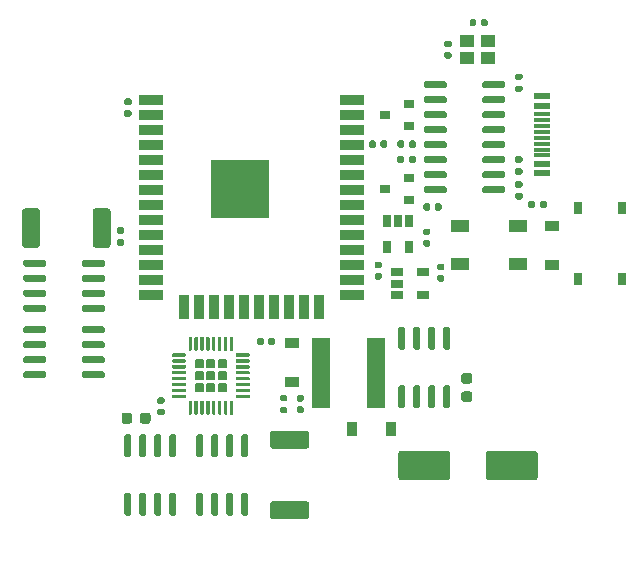
<source format=gtp>
G04 #@! TF.GenerationSoftware,KiCad,Pcbnew,(5.1.9)-1*
G04 #@! TF.CreationDate,2021-10-31T11:32:37+00:00*
G04 #@! TF.ProjectId,stepper_driver,73746570-7065-4725-9f64-72697665722e,rev?*
G04 #@! TF.SameCoordinates,Original*
G04 #@! TF.FileFunction,Paste,Top*
G04 #@! TF.FilePolarity,Positive*
%FSLAX46Y46*%
G04 Gerber Fmt 4.6, Leading zero omitted, Abs format (unit mm)*
G04 Created by KiCad (PCBNEW (5.1.9)-1) date 2021-10-31 11:32:37*
%MOMM*%
%LPD*%
G01*
G04 APERTURE LIST*
%ADD10C,0.150000*%
%ADD11R,2.000000X0.900000*%
%ADD12R,0.900000X2.000000*%
%ADD13R,5.000000X5.000000*%
%ADD14R,1.150000X1.000000*%
%ADD15R,1.200000X0.900000*%
%ADD16R,1.060000X0.650000*%
%ADD17R,1.600000X5.900000*%
%ADD18R,0.650000X1.060000*%
%ADD19R,1.500000X1.000000*%
%ADD20R,0.900000X1.200000*%
%ADD21R,1.450000X0.600000*%
%ADD22R,1.450000X0.300000*%
%ADD23R,0.750000X1.000000*%
%ADD24R,0.900000X0.800000*%
G04 APERTURE END LIST*
D10*
G36*
X124335000Y-123900000D02*
G01*
X123735000Y-123900000D01*
X123735000Y-123300000D01*
X124335000Y-123300000D01*
X124335000Y-123900000D01*
G37*
X124335000Y-123900000D02*
X123735000Y-123900000D01*
X123735000Y-123300000D01*
X124335000Y-123300000D01*
X124335000Y-123900000D01*
G36*
X124335000Y-124900000D02*
G01*
X123735000Y-124900000D01*
X123735000Y-124300000D01*
X124335000Y-124300000D01*
X124335000Y-124900000D01*
G37*
X124335000Y-124900000D02*
X123735000Y-124900000D01*
X123735000Y-124300000D01*
X124335000Y-124300000D01*
X124335000Y-124900000D01*
G36*
X125335000Y-124900000D02*
G01*
X124735000Y-124900000D01*
X124735000Y-124300000D01*
X125335000Y-124300000D01*
X125335000Y-124900000D01*
G37*
X125335000Y-124900000D02*
X124735000Y-124900000D01*
X124735000Y-124300000D01*
X125335000Y-124300000D01*
X125335000Y-124900000D01*
G36*
X123335000Y-124900000D02*
G01*
X122735000Y-124900000D01*
X122735000Y-124300000D01*
X123335000Y-124300000D01*
X123335000Y-124900000D01*
G37*
X123335000Y-124900000D02*
X122735000Y-124900000D01*
X122735000Y-124300000D01*
X123335000Y-124300000D01*
X123335000Y-124900000D01*
G36*
X124335000Y-125900000D02*
G01*
X123735000Y-125900000D01*
X123735000Y-125300000D01*
X124335000Y-125300000D01*
X124335000Y-125900000D01*
G37*
X124335000Y-125900000D02*
X123735000Y-125900000D01*
X123735000Y-125300000D01*
X124335000Y-125300000D01*
X124335000Y-125900000D01*
G36*
X123335000Y-125900000D02*
G01*
X122735000Y-125900000D01*
X122735000Y-125300000D01*
X123335000Y-125300000D01*
X123335000Y-125900000D01*
G37*
X123335000Y-125900000D02*
X122735000Y-125900000D01*
X122735000Y-125300000D01*
X123335000Y-125300000D01*
X123335000Y-125900000D01*
G36*
X123335000Y-123900000D02*
G01*
X122735000Y-123900000D01*
X122735000Y-123300000D01*
X123335000Y-123300000D01*
X123335000Y-123900000D01*
G37*
X123335000Y-123900000D02*
X122735000Y-123900000D01*
X122735000Y-123300000D01*
X123335000Y-123300000D01*
X123335000Y-123900000D01*
G36*
X125335000Y-123900000D02*
G01*
X124735000Y-123900000D01*
X124735000Y-123300000D01*
X125335000Y-123300000D01*
X125335000Y-123900000D01*
G37*
X125335000Y-123900000D02*
X124735000Y-123900000D01*
X124735000Y-123300000D01*
X125335000Y-123300000D01*
X125335000Y-123900000D01*
G36*
X125335000Y-125900000D02*
G01*
X124735000Y-125900000D01*
X124735000Y-125300000D01*
X125335000Y-125300000D01*
X125335000Y-125900000D01*
G37*
X125335000Y-125900000D02*
X124735000Y-125900000D01*
X124735000Y-125300000D01*
X125335000Y-125300000D01*
X125335000Y-125900000D01*
G36*
G01*
X138030000Y-115900000D02*
X138370000Y-115900000D01*
G75*
G02*
X138510000Y-116040000I0J-140000D01*
G01*
X138510000Y-116320000D01*
G75*
G02*
X138370000Y-116460000I-140000J0D01*
G01*
X138030000Y-116460000D01*
G75*
G02*
X137890000Y-116320000I0J140000D01*
G01*
X137890000Y-116040000D01*
G75*
G02*
X138030000Y-115900000I140000J0D01*
G01*
G37*
G36*
G01*
X138030000Y-114940000D02*
X138370000Y-114940000D01*
G75*
G02*
X138510000Y-115080000I0J-140000D01*
G01*
X138510000Y-115360000D01*
G75*
G02*
X138370000Y-115500000I-140000J0D01*
G01*
X138030000Y-115500000D01*
G75*
G02*
X137890000Y-115360000I0J140000D01*
G01*
X137890000Y-115080000D01*
G75*
G02*
X138030000Y-114940000I140000J0D01*
G01*
G37*
G36*
G01*
X110100000Y-124355000D02*
X110100000Y-124655000D01*
G75*
G02*
X109950000Y-124805000I-150000J0D01*
G01*
X108300000Y-124805000D01*
G75*
G02*
X108150000Y-124655000I0J150000D01*
G01*
X108150000Y-124355000D01*
G75*
G02*
X108300000Y-124205000I150000J0D01*
G01*
X109950000Y-124205000D01*
G75*
G02*
X110100000Y-124355000I0J-150000D01*
G01*
G37*
G36*
G01*
X110100000Y-123085000D02*
X110100000Y-123385000D01*
G75*
G02*
X109950000Y-123535000I-150000J0D01*
G01*
X108300000Y-123535000D01*
G75*
G02*
X108150000Y-123385000I0J150000D01*
G01*
X108150000Y-123085000D01*
G75*
G02*
X108300000Y-122935000I150000J0D01*
G01*
X109950000Y-122935000D01*
G75*
G02*
X110100000Y-123085000I0J-150000D01*
G01*
G37*
G36*
G01*
X110100000Y-121815000D02*
X110100000Y-122115000D01*
G75*
G02*
X109950000Y-122265000I-150000J0D01*
G01*
X108300000Y-122265000D01*
G75*
G02*
X108150000Y-122115000I0J150000D01*
G01*
X108150000Y-121815000D01*
G75*
G02*
X108300000Y-121665000I150000J0D01*
G01*
X109950000Y-121665000D01*
G75*
G02*
X110100000Y-121815000I0J-150000D01*
G01*
G37*
G36*
G01*
X110100000Y-120545000D02*
X110100000Y-120845000D01*
G75*
G02*
X109950000Y-120995000I-150000J0D01*
G01*
X108300000Y-120995000D01*
G75*
G02*
X108150000Y-120845000I0J150000D01*
G01*
X108150000Y-120545000D01*
G75*
G02*
X108300000Y-120395000I150000J0D01*
G01*
X109950000Y-120395000D01*
G75*
G02*
X110100000Y-120545000I0J-150000D01*
G01*
G37*
G36*
G01*
X115050000Y-120545000D02*
X115050000Y-120845000D01*
G75*
G02*
X114900000Y-120995000I-150000J0D01*
G01*
X113250000Y-120995000D01*
G75*
G02*
X113100000Y-120845000I0J150000D01*
G01*
X113100000Y-120545000D01*
G75*
G02*
X113250000Y-120395000I150000J0D01*
G01*
X114900000Y-120395000D01*
G75*
G02*
X115050000Y-120545000I0J-150000D01*
G01*
G37*
G36*
G01*
X115050000Y-121815000D02*
X115050000Y-122115000D01*
G75*
G02*
X114900000Y-122265000I-150000J0D01*
G01*
X113250000Y-122265000D01*
G75*
G02*
X113100000Y-122115000I0J150000D01*
G01*
X113100000Y-121815000D01*
G75*
G02*
X113250000Y-121665000I150000J0D01*
G01*
X114900000Y-121665000D01*
G75*
G02*
X115050000Y-121815000I0J-150000D01*
G01*
G37*
G36*
G01*
X115050000Y-123085000D02*
X115050000Y-123385000D01*
G75*
G02*
X114900000Y-123535000I-150000J0D01*
G01*
X113250000Y-123535000D01*
G75*
G02*
X113100000Y-123385000I0J150000D01*
G01*
X113100000Y-123085000D01*
G75*
G02*
X113250000Y-122935000I150000J0D01*
G01*
X114900000Y-122935000D01*
G75*
G02*
X115050000Y-123085000I0J-150000D01*
G01*
G37*
G36*
G01*
X115050000Y-124355000D02*
X115050000Y-124655000D01*
G75*
G02*
X114900000Y-124805000I-150000J0D01*
G01*
X113250000Y-124805000D01*
G75*
G02*
X113100000Y-124655000I0J150000D01*
G01*
X113100000Y-124355000D01*
G75*
G02*
X113250000Y-124205000I150000J0D01*
G01*
X114900000Y-124205000D01*
G75*
G02*
X115050000Y-124355000I0J-150000D01*
G01*
G37*
G36*
G01*
X117375000Y-127950000D02*
X117375000Y-128450000D01*
G75*
G02*
X117150000Y-128675000I-225000J0D01*
G01*
X116700000Y-128675000D01*
G75*
G02*
X116475000Y-128450000I0J225000D01*
G01*
X116475000Y-127950000D01*
G75*
G02*
X116700000Y-127725000I225000J0D01*
G01*
X117150000Y-127725000D01*
G75*
G02*
X117375000Y-127950000I0J-225000D01*
G01*
G37*
G36*
G01*
X118925000Y-127950000D02*
X118925000Y-128450000D01*
G75*
G02*
X118700000Y-128675000I-225000J0D01*
G01*
X118250000Y-128675000D01*
G75*
G02*
X118025000Y-128450000I0J225000D01*
G01*
X118025000Y-127950000D01*
G75*
G02*
X118250000Y-127725000I225000J0D01*
G01*
X118700000Y-127725000D01*
G75*
G02*
X118925000Y-127950000I0J-225000D01*
G01*
G37*
G36*
G01*
X131430000Y-127200000D02*
X131770000Y-127200000D01*
G75*
G02*
X131910000Y-127340000I0J-140000D01*
G01*
X131910000Y-127620000D01*
G75*
G02*
X131770000Y-127760000I-140000J0D01*
G01*
X131430000Y-127760000D01*
G75*
G02*
X131290000Y-127620000I0J140000D01*
G01*
X131290000Y-127340000D01*
G75*
G02*
X131430000Y-127200000I140000J0D01*
G01*
G37*
G36*
G01*
X131430000Y-126240000D02*
X131770000Y-126240000D01*
G75*
G02*
X131910000Y-126380000I0J-140000D01*
G01*
X131910000Y-126660000D01*
G75*
G02*
X131770000Y-126800000I-140000J0D01*
G01*
X131430000Y-126800000D01*
G75*
G02*
X131290000Y-126660000I0J140000D01*
G01*
X131290000Y-126380000D01*
G75*
G02*
X131430000Y-126240000I140000J0D01*
G01*
G37*
D11*
X135986000Y-101277000D03*
X135986000Y-102547000D03*
X135986000Y-103817000D03*
X135986000Y-105087000D03*
X135986000Y-106357000D03*
X135986000Y-107627000D03*
X135986000Y-108897000D03*
X135986000Y-110167000D03*
X135986000Y-111437000D03*
X135986000Y-112707000D03*
X135986000Y-113977000D03*
X135986000Y-115247000D03*
X135986000Y-116517000D03*
X135986000Y-117787000D03*
D12*
X133201000Y-118787000D03*
X131931000Y-118787000D03*
X130661000Y-118787000D03*
X129391000Y-118787000D03*
X128121000Y-118787000D03*
X126851000Y-118787000D03*
X125581000Y-118787000D03*
X124311000Y-118787000D03*
X123041000Y-118787000D03*
X121771000Y-118787000D03*
D11*
X118986000Y-117787000D03*
X118986000Y-116517000D03*
X118986000Y-115247000D03*
X118986000Y-113977000D03*
X118986000Y-112707000D03*
X118986000Y-111437000D03*
X118986000Y-110167000D03*
X118986000Y-108897000D03*
X118986000Y-107627000D03*
X118986000Y-106357000D03*
X118986000Y-105087000D03*
X118986000Y-103817000D03*
X118986000Y-102547000D03*
X118986000Y-101277000D03*
D13*
X126486000Y-108777000D03*
D14*
X147475000Y-97700000D03*
X145725000Y-97700000D03*
X145725000Y-96300000D03*
X147475000Y-96300000D03*
G36*
G01*
X110100000Y-118755000D02*
X110100000Y-119055000D01*
G75*
G02*
X109950000Y-119205000I-150000J0D01*
G01*
X108300000Y-119205000D01*
G75*
G02*
X108150000Y-119055000I0J150000D01*
G01*
X108150000Y-118755000D01*
G75*
G02*
X108300000Y-118605000I150000J0D01*
G01*
X109950000Y-118605000D01*
G75*
G02*
X110100000Y-118755000I0J-150000D01*
G01*
G37*
G36*
G01*
X110100000Y-117485000D02*
X110100000Y-117785000D01*
G75*
G02*
X109950000Y-117935000I-150000J0D01*
G01*
X108300000Y-117935000D01*
G75*
G02*
X108150000Y-117785000I0J150000D01*
G01*
X108150000Y-117485000D01*
G75*
G02*
X108300000Y-117335000I150000J0D01*
G01*
X109950000Y-117335000D01*
G75*
G02*
X110100000Y-117485000I0J-150000D01*
G01*
G37*
G36*
G01*
X110100000Y-116215000D02*
X110100000Y-116515000D01*
G75*
G02*
X109950000Y-116665000I-150000J0D01*
G01*
X108300000Y-116665000D01*
G75*
G02*
X108150000Y-116515000I0J150000D01*
G01*
X108150000Y-116215000D01*
G75*
G02*
X108300000Y-116065000I150000J0D01*
G01*
X109950000Y-116065000D01*
G75*
G02*
X110100000Y-116215000I0J-150000D01*
G01*
G37*
G36*
G01*
X110100000Y-114945000D02*
X110100000Y-115245000D01*
G75*
G02*
X109950000Y-115395000I-150000J0D01*
G01*
X108300000Y-115395000D01*
G75*
G02*
X108150000Y-115245000I0J150000D01*
G01*
X108150000Y-114945000D01*
G75*
G02*
X108300000Y-114795000I150000J0D01*
G01*
X109950000Y-114795000D01*
G75*
G02*
X110100000Y-114945000I0J-150000D01*
G01*
G37*
G36*
G01*
X115050000Y-114945000D02*
X115050000Y-115245000D01*
G75*
G02*
X114900000Y-115395000I-150000J0D01*
G01*
X113250000Y-115395000D01*
G75*
G02*
X113100000Y-115245000I0J150000D01*
G01*
X113100000Y-114945000D01*
G75*
G02*
X113250000Y-114795000I150000J0D01*
G01*
X114900000Y-114795000D01*
G75*
G02*
X115050000Y-114945000I0J-150000D01*
G01*
G37*
G36*
G01*
X115050000Y-116215000D02*
X115050000Y-116515000D01*
G75*
G02*
X114900000Y-116665000I-150000J0D01*
G01*
X113250000Y-116665000D01*
G75*
G02*
X113100000Y-116515000I0J150000D01*
G01*
X113100000Y-116215000D01*
G75*
G02*
X113250000Y-116065000I150000J0D01*
G01*
X114900000Y-116065000D01*
G75*
G02*
X115050000Y-116215000I0J-150000D01*
G01*
G37*
G36*
G01*
X115050000Y-117485000D02*
X115050000Y-117785000D01*
G75*
G02*
X114900000Y-117935000I-150000J0D01*
G01*
X113250000Y-117935000D01*
G75*
G02*
X113100000Y-117785000I0J150000D01*
G01*
X113100000Y-117485000D01*
G75*
G02*
X113250000Y-117335000I150000J0D01*
G01*
X114900000Y-117335000D01*
G75*
G02*
X115050000Y-117485000I0J-150000D01*
G01*
G37*
G36*
G01*
X115050000Y-118755000D02*
X115050000Y-119055000D01*
G75*
G02*
X114900000Y-119205000I-150000J0D01*
G01*
X113250000Y-119205000D01*
G75*
G02*
X113100000Y-119055000I0J150000D01*
G01*
X113100000Y-118755000D01*
G75*
G02*
X113250000Y-118605000I150000J0D01*
G01*
X114900000Y-118605000D01*
G75*
G02*
X115050000Y-118755000I0J-150000D01*
G01*
G37*
G36*
G01*
X116215000Y-113040000D02*
X116585000Y-113040000D01*
G75*
G02*
X116720000Y-113175000I0J-135000D01*
G01*
X116720000Y-113445000D01*
G75*
G02*
X116585000Y-113580000I-135000J0D01*
G01*
X116215000Y-113580000D01*
G75*
G02*
X116080000Y-113445000I0J135000D01*
G01*
X116080000Y-113175000D01*
G75*
G02*
X116215000Y-113040000I135000J0D01*
G01*
G37*
G36*
G01*
X116215000Y-112020000D02*
X116585000Y-112020000D01*
G75*
G02*
X116720000Y-112155000I0J-135000D01*
G01*
X116720000Y-112425000D01*
G75*
G02*
X116585000Y-112560000I-135000J0D01*
G01*
X116215000Y-112560000D01*
G75*
G02*
X116080000Y-112425000I0J135000D01*
G01*
X116080000Y-112155000D01*
G75*
G02*
X116215000Y-112020000I135000J0D01*
G01*
G37*
G36*
G01*
X109575000Y-110674999D02*
X109575000Y-113525001D01*
G75*
G02*
X109325001Y-113775000I-249999J0D01*
G01*
X108299999Y-113775000D01*
G75*
G02*
X108050000Y-113525001I0J249999D01*
G01*
X108050000Y-110674999D01*
G75*
G02*
X108299999Y-110425000I249999J0D01*
G01*
X109325001Y-110425000D01*
G75*
G02*
X109575000Y-110674999I0J-249999D01*
G01*
G37*
G36*
G01*
X115550000Y-110674999D02*
X115550000Y-113525001D01*
G75*
G02*
X115300001Y-113775000I-249999J0D01*
G01*
X114274999Y-113775000D01*
G75*
G02*
X114025000Y-113525001I0J249999D01*
G01*
X114025000Y-110674999D01*
G75*
G02*
X114274999Y-110425000I249999J0D01*
G01*
X115300001Y-110425000D01*
G75*
G02*
X115550000Y-110674999I0J-249999D01*
G01*
G37*
G36*
G01*
X130385000Y-126760000D02*
X130015000Y-126760000D01*
G75*
G02*
X129880000Y-126625000I0J135000D01*
G01*
X129880000Y-126355000D01*
G75*
G02*
X130015000Y-126220000I135000J0D01*
G01*
X130385000Y-126220000D01*
G75*
G02*
X130520000Y-126355000I0J-135000D01*
G01*
X130520000Y-126625000D01*
G75*
G02*
X130385000Y-126760000I-135000J0D01*
G01*
G37*
G36*
G01*
X130385000Y-127780000D02*
X130015000Y-127780000D01*
G75*
G02*
X129880000Y-127645000I0J135000D01*
G01*
X129880000Y-127375000D01*
G75*
G02*
X130015000Y-127240000I135000J0D01*
G01*
X130385000Y-127240000D01*
G75*
G02*
X130520000Y-127375000I0J-135000D01*
G01*
X130520000Y-127645000D01*
G75*
G02*
X130385000Y-127780000I-135000J0D01*
G01*
G37*
G36*
G01*
X129274999Y-135225000D02*
X132125001Y-135225000D01*
G75*
G02*
X132375000Y-135474999I0J-249999D01*
G01*
X132375000Y-136500001D01*
G75*
G02*
X132125001Y-136750000I-249999J0D01*
G01*
X129274999Y-136750000D01*
G75*
G02*
X129025000Y-136500001I0J249999D01*
G01*
X129025000Y-135474999D01*
G75*
G02*
X129274999Y-135225000I249999J0D01*
G01*
G37*
G36*
G01*
X129274999Y-129250000D02*
X132125001Y-129250000D01*
G75*
G02*
X132375000Y-129499999I0J-249999D01*
G01*
X132375000Y-130525001D01*
G75*
G02*
X132125001Y-130775000I-249999J0D01*
G01*
X129274999Y-130775000D01*
G75*
G02*
X129025000Y-130525001I0J249999D01*
G01*
X129025000Y-129499999D01*
G75*
G02*
X129274999Y-129250000I249999J0D01*
G01*
G37*
G36*
G01*
X120655000Y-134500000D02*
X120955000Y-134500000D01*
G75*
G02*
X121105000Y-134650000I0J-150000D01*
G01*
X121105000Y-136300000D01*
G75*
G02*
X120955000Y-136450000I-150000J0D01*
G01*
X120655000Y-136450000D01*
G75*
G02*
X120505000Y-136300000I0J150000D01*
G01*
X120505000Y-134650000D01*
G75*
G02*
X120655000Y-134500000I150000J0D01*
G01*
G37*
G36*
G01*
X119385000Y-134500000D02*
X119685000Y-134500000D01*
G75*
G02*
X119835000Y-134650000I0J-150000D01*
G01*
X119835000Y-136300000D01*
G75*
G02*
X119685000Y-136450000I-150000J0D01*
G01*
X119385000Y-136450000D01*
G75*
G02*
X119235000Y-136300000I0J150000D01*
G01*
X119235000Y-134650000D01*
G75*
G02*
X119385000Y-134500000I150000J0D01*
G01*
G37*
G36*
G01*
X118115000Y-134500000D02*
X118415000Y-134500000D01*
G75*
G02*
X118565000Y-134650000I0J-150000D01*
G01*
X118565000Y-136300000D01*
G75*
G02*
X118415000Y-136450000I-150000J0D01*
G01*
X118115000Y-136450000D01*
G75*
G02*
X117965000Y-136300000I0J150000D01*
G01*
X117965000Y-134650000D01*
G75*
G02*
X118115000Y-134500000I150000J0D01*
G01*
G37*
G36*
G01*
X116845000Y-134500000D02*
X117145000Y-134500000D01*
G75*
G02*
X117295000Y-134650000I0J-150000D01*
G01*
X117295000Y-136300000D01*
G75*
G02*
X117145000Y-136450000I-150000J0D01*
G01*
X116845000Y-136450000D01*
G75*
G02*
X116695000Y-136300000I0J150000D01*
G01*
X116695000Y-134650000D01*
G75*
G02*
X116845000Y-134500000I150000J0D01*
G01*
G37*
G36*
G01*
X116845000Y-129550000D02*
X117145000Y-129550000D01*
G75*
G02*
X117295000Y-129700000I0J-150000D01*
G01*
X117295000Y-131350000D01*
G75*
G02*
X117145000Y-131500000I-150000J0D01*
G01*
X116845000Y-131500000D01*
G75*
G02*
X116695000Y-131350000I0J150000D01*
G01*
X116695000Y-129700000D01*
G75*
G02*
X116845000Y-129550000I150000J0D01*
G01*
G37*
G36*
G01*
X118115000Y-129550000D02*
X118415000Y-129550000D01*
G75*
G02*
X118565000Y-129700000I0J-150000D01*
G01*
X118565000Y-131350000D01*
G75*
G02*
X118415000Y-131500000I-150000J0D01*
G01*
X118115000Y-131500000D01*
G75*
G02*
X117965000Y-131350000I0J150000D01*
G01*
X117965000Y-129700000D01*
G75*
G02*
X118115000Y-129550000I150000J0D01*
G01*
G37*
G36*
G01*
X119385000Y-129550000D02*
X119685000Y-129550000D01*
G75*
G02*
X119835000Y-129700000I0J-150000D01*
G01*
X119835000Y-131350000D01*
G75*
G02*
X119685000Y-131500000I-150000J0D01*
G01*
X119385000Y-131500000D01*
G75*
G02*
X119235000Y-131350000I0J150000D01*
G01*
X119235000Y-129700000D01*
G75*
G02*
X119385000Y-129550000I150000J0D01*
G01*
G37*
G36*
G01*
X120655000Y-129550000D02*
X120955000Y-129550000D01*
G75*
G02*
X121105000Y-129700000I0J-150000D01*
G01*
X121105000Y-131350000D01*
G75*
G02*
X120955000Y-131500000I-150000J0D01*
G01*
X120655000Y-131500000D01*
G75*
G02*
X120505000Y-131350000I0J150000D01*
G01*
X120505000Y-129700000D01*
G75*
G02*
X120655000Y-129550000I150000J0D01*
G01*
G37*
D15*
X130900000Y-125150000D03*
X130900000Y-121850000D03*
X152900000Y-111950000D03*
X152900000Y-115250000D03*
D16*
X142000000Y-115850000D03*
X142000000Y-117750000D03*
X139800000Y-117750000D03*
X139800000Y-116800000D03*
X139800000Y-115850000D03*
G36*
G01*
X143330000Y-116080000D02*
X143670000Y-116080000D01*
G75*
G02*
X143810000Y-116220000I0J-140000D01*
G01*
X143810000Y-116500000D01*
G75*
G02*
X143670000Y-116640000I-140000J0D01*
G01*
X143330000Y-116640000D01*
G75*
G02*
X143190000Y-116500000I0J140000D01*
G01*
X143190000Y-116220000D01*
G75*
G02*
X143330000Y-116080000I140000J0D01*
G01*
G37*
G36*
G01*
X143330000Y-115120000D02*
X143670000Y-115120000D01*
G75*
G02*
X143810000Y-115260000I0J-140000D01*
G01*
X143810000Y-115540000D01*
G75*
G02*
X143670000Y-115680000I-140000J0D01*
G01*
X143330000Y-115680000D01*
G75*
G02*
X143190000Y-115540000I0J140000D01*
G01*
X143190000Y-115260000D01*
G75*
G02*
X143330000Y-115120000I140000J0D01*
G01*
G37*
D17*
X133350000Y-124400000D03*
X138050000Y-124400000D03*
G36*
G01*
X126755000Y-134500000D02*
X127055000Y-134500000D01*
G75*
G02*
X127205000Y-134650000I0J-150000D01*
G01*
X127205000Y-136300000D01*
G75*
G02*
X127055000Y-136450000I-150000J0D01*
G01*
X126755000Y-136450000D01*
G75*
G02*
X126605000Y-136300000I0J150000D01*
G01*
X126605000Y-134650000D01*
G75*
G02*
X126755000Y-134500000I150000J0D01*
G01*
G37*
G36*
G01*
X125485000Y-134500000D02*
X125785000Y-134500000D01*
G75*
G02*
X125935000Y-134650000I0J-150000D01*
G01*
X125935000Y-136300000D01*
G75*
G02*
X125785000Y-136450000I-150000J0D01*
G01*
X125485000Y-136450000D01*
G75*
G02*
X125335000Y-136300000I0J150000D01*
G01*
X125335000Y-134650000D01*
G75*
G02*
X125485000Y-134500000I150000J0D01*
G01*
G37*
G36*
G01*
X124215000Y-134500000D02*
X124515000Y-134500000D01*
G75*
G02*
X124665000Y-134650000I0J-150000D01*
G01*
X124665000Y-136300000D01*
G75*
G02*
X124515000Y-136450000I-150000J0D01*
G01*
X124215000Y-136450000D01*
G75*
G02*
X124065000Y-136300000I0J150000D01*
G01*
X124065000Y-134650000D01*
G75*
G02*
X124215000Y-134500000I150000J0D01*
G01*
G37*
G36*
G01*
X122945000Y-134500000D02*
X123245000Y-134500000D01*
G75*
G02*
X123395000Y-134650000I0J-150000D01*
G01*
X123395000Y-136300000D01*
G75*
G02*
X123245000Y-136450000I-150000J0D01*
G01*
X122945000Y-136450000D01*
G75*
G02*
X122795000Y-136300000I0J150000D01*
G01*
X122795000Y-134650000D01*
G75*
G02*
X122945000Y-134500000I150000J0D01*
G01*
G37*
G36*
G01*
X122945000Y-129550000D02*
X123245000Y-129550000D01*
G75*
G02*
X123395000Y-129700000I0J-150000D01*
G01*
X123395000Y-131350000D01*
G75*
G02*
X123245000Y-131500000I-150000J0D01*
G01*
X122945000Y-131500000D01*
G75*
G02*
X122795000Y-131350000I0J150000D01*
G01*
X122795000Y-129700000D01*
G75*
G02*
X122945000Y-129550000I150000J0D01*
G01*
G37*
G36*
G01*
X124215000Y-129550000D02*
X124515000Y-129550000D01*
G75*
G02*
X124665000Y-129700000I0J-150000D01*
G01*
X124665000Y-131350000D01*
G75*
G02*
X124515000Y-131500000I-150000J0D01*
G01*
X124215000Y-131500000D01*
G75*
G02*
X124065000Y-131350000I0J150000D01*
G01*
X124065000Y-129700000D01*
G75*
G02*
X124215000Y-129550000I150000J0D01*
G01*
G37*
G36*
G01*
X125485000Y-129550000D02*
X125785000Y-129550000D01*
G75*
G02*
X125935000Y-129700000I0J-150000D01*
G01*
X125935000Y-131350000D01*
G75*
G02*
X125785000Y-131500000I-150000J0D01*
G01*
X125485000Y-131500000D01*
G75*
G02*
X125335000Y-131350000I0J150000D01*
G01*
X125335000Y-129700000D01*
G75*
G02*
X125485000Y-129550000I150000J0D01*
G01*
G37*
G36*
G01*
X126755000Y-129550000D02*
X127055000Y-129550000D01*
G75*
G02*
X127205000Y-129700000I0J-150000D01*
G01*
X127205000Y-131350000D01*
G75*
G02*
X127055000Y-131500000I-150000J0D01*
G01*
X126755000Y-131500000D01*
G75*
G02*
X126605000Y-131350000I0J150000D01*
G01*
X126605000Y-129700000D01*
G75*
G02*
X126755000Y-129550000I150000J0D01*
G01*
G37*
G36*
G01*
X127335000Y-126280000D02*
X127335000Y-126420000D01*
G75*
G02*
X127265000Y-126490000I-70000J0D01*
G01*
X126205000Y-126490000D01*
G75*
G02*
X126135000Y-126420000I0J70000D01*
G01*
X126135000Y-126280000D01*
G75*
G02*
X126205000Y-126210000I70000J0D01*
G01*
X127265000Y-126210000D01*
G75*
G02*
X127335000Y-126280000I0J-70000D01*
G01*
G37*
G36*
G01*
X127335000Y-125780000D02*
X127335000Y-125920000D01*
G75*
G02*
X127265000Y-125990000I-70000J0D01*
G01*
X126205000Y-125990000D01*
G75*
G02*
X126135000Y-125920000I0J70000D01*
G01*
X126135000Y-125780000D01*
G75*
G02*
X126205000Y-125710000I70000J0D01*
G01*
X127265000Y-125710000D01*
G75*
G02*
X127335000Y-125780000I0J-70000D01*
G01*
G37*
G36*
G01*
X127335000Y-125280000D02*
X127335000Y-125420000D01*
G75*
G02*
X127265000Y-125490000I-70000J0D01*
G01*
X126205000Y-125490000D01*
G75*
G02*
X126135000Y-125420000I0J70000D01*
G01*
X126135000Y-125280000D01*
G75*
G02*
X126205000Y-125210000I70000J0D01*
G01*
X127265000Y-125210000D01*
G75*
G02*
X127335000Y-125280000I0J-70000D01*
G01*
G37*
G36*
G01*
X127335000Y-124780000D02*
X127335000Y-124920000D01*
G75*
G02*
X127265000Y-124990000I-70000J0D01*
G01*
X126205000Y-124990000D01*
G75*
G02*
X126135000Y-124920000I0J70000D01*
G01*
X126135000Y-124780000D01*
G75*
G02*
X126205000Y-124710000I70000J0D01*
G01*
X127265000Y-124710000D01*
G75*
G02*
X127335000Y-124780000I0J-70000D01*
G01*
G37*
G36*
G01*
X127335000Y-124280000D02*
X127335000Y-124420000D01*
G75*
G02*
X127265000Y-124490000I-70000J0D01*
G01*
X126205000Y-124490000D01*
G75*
G02*
X126135000Y-124420000I0J70000D01*
G01*
X126135000Y-124280000D01*
G75*
G02*
X126205000Y-124210000I70000J0D01*
G01*
X127265000Y-124210000D01*
G75*
G02*
X127335000Y-124280000I0J-70000D01*
G01*
G37*
G36*
G01*
X127335000Y-123780000D02*
X127335000Y-123920000D01*
G75*
G02*
X127265000Y-123990000I-70000J0D01*
G01*
X126205000Y-123990000D01*
G75*
G02*
X126135000Y-123920000I0J70000D01*
G01*
X126135000Y-123780000D01*
G75*
G02*
X126205000Y-123710000I70000J0D01*
G01*
X127265000Y-123710000D01*
G75*
G02*
X127335000Y-123780000I0J-70000D01*
G01*
G37*
G36*
G01*
X127335000Y-123280000D02*
X127335000Y-123420000D01*
G75*
G02*
X127265000Y-123490000I-70000J0D01*
G01*
X126205000Y-123490000D01*
G75*
G02*
X126135000Y-123420000I0J70000D01*
G01*
X126135000Y-123280000D01*
G75*
G02*
X126205000Y-123210000I70000J0D01*
G01*
X127265000Y-123210000D01*
G75*
G02*
X127335000Y-123280000I0J-70000D01*
G01*
G37*
G36*
G01*
X127335000Y-122780000D02*
X127335000Y-122920000D01*
G75*
G02*
X127265000Y-122990000I-70000J0D01*
G01*
X126205000Y-122990000D01*
G75*
G02*
X126135000Y-122920000I0J70000D01*
G01*
X126135000Y-122780000D01*
G75*
G02*
X126205000Y-122710000I70000J0D01*
G01*
X127265000Y-122710000D01*
G75*
G02*
X127335000Y-122780000I0J-70000D01*
G01*
G37*
G36*
G01*
X125715000Y-121300000D02*
X125855000Y-121300000D01*
G75*
G02*
X125925000Y-121370000I0J-70000D01*
G01*
X125925000Y-122430000D01*
G75*
G02*
X125855000Y-122500000I-70000J0D01*
G01*
X125715000Y-122500000D01*
G75*
G02*
X125645000Y-122430000I0J70000D01*
G01*
X125645000Y-121370000D01*
G75*
G02*
X125715000Y-121300000I70000J0D01*
G01*
G37*
G36*
G01*
X125215000Y-121300000D02*
X125355000Y-121300000D01*
G75*
G02*
X125425000Y-121370000I0J-70000D01*
G01*
X125425000Y-122430000D01*
G75*
G02*
X125355000Y-122500000I-70000J0D01*
G01*
X125215000Y-122500000D01*
G75*
G02*
X125145000Y-122430000I0J70000D01*
G01*
X125145000Y-121370000D01*
G75*
G02*
X125215000Y-121300000I70000J0D01*
G01*
G37*
G36*
G01*
X124715000Y-121300000D02*
X124855000Y-121300000D01*
G75*
G02*
X124925000Y-121370000I0J-70000D01*
G01*
X124925000Y-122430000D01*
G75*
G02*
X124855000Y-122500000I-70000J0D01*
G01*
X124715000Y-122500000D01*
G75*
G02*
X124645000Y-122430000I0J70000D01*
G01*
X124645000Y-121370000D01*
G75*
G02*
X124715000Y-121300000I70000J0D01*
G01*
G37*
G36*
G01*
X124215000Y-121300000D02*
X124355000Y-121300000D01*
G75*
G02*
X124425000Y-121370000I0J-70000D01*
G01*
X124425000Y-122430000D01*
G75*
G02*
X124355000Y-122500000I-70000J0D01*
G01*
X124215000Y-122500000D01*
G75*
G02*
X124145000Y-122430000I0J70000D01*
G01*
X124145000Y-121370000D01*
G75*
G02*
X124215000Y-121300000I70000J0D01*
G01*
G37*
G36*
G01*
X123715000Y-121300000D02*
X123855000Y-121300000D01*
G75*
G02*
X123925000Y-121370000I0J-70000D01*
G01*
X123925000Y-122430000D01*
G75*
G02*
X123855000Y-122500000I-70000J0D01*
G01*
X123715000Y-122500000D01*
G75*
G02*
X123645000Y-122430000I0J70000D01*
G01*
X123645000Y-121370000D01*
G75*
G02*
X123715000Y-121300000I70000J0D01*
G01*
G37*
G36*
G01*
X123215000Y-121300000D02*
X123355000Y-121300000D01*
G75*
G02*
X123425000Y-121370000I0J-70000D01*
G01*
X123425000Y-122430000D01*
G75*
G02*
X123355000Y-122500000I-70000J0D01*
G01*
X123215000Y-122500000D01*
G75*
G02*
X123145000Y-122430000I0J70000D01*
G01*
X123145000Y-121370000D01*
G75*
G02*
X123215000Y-121300000I70000J0D01*
G01*
G37*
G36*
G01*
X122715000Y-121300000D02*
X122855000Y-121300000D01*
G75*
G02*
X122925000Y-121370000I0J-70000D01*
G01*
X122925000Y-122430000D01*
G75*
G02*
X122855000Y-122500000I-70000J0D01*
G01*
X122715000Y-122500000D01*
G75*
G02*
X122645000Y-122430000I0J70000D01*
G01*
X122645000Y-121370000D01*
G75*
G02*
X122715000Y-121300000I70000J0D01*
G01*
G37*
G36*
G01*
X122215000Y-121300000D02*
X122355000Y-121300000D01*
G75*
G02*
X122425000Y-121370000I0J-70000D01*
G01*
X122425000Y-122430000D01*
G75*
G02*
X122355000Y-122500000I-70000J0D01*
G01*
X122215000Y-122500000D01*
G75*
G02*
X122145000Y-122430000I0J70000D01*
G01*
X122145000Y-121370000D01*
G75*
G02*
X122215000Y-121300000I70000J0D01*
G01*
G37*
G36*
G01*
X120735000Y-122920000D02*
X120735000Y-122780000D01*
G75*
G02*
X120805000Y-122710000I70000J0D01*
G01*
X121865000Y-122710000D01*
G75*
G02*
X121935000Y-122780000I0J-70000D01*
G01*
X121935000Y-122920000D01*
G75*
G02*
X121865000Y-122990000I-70000J0D01*
G01*
X120805000Y-122990000D01*
G75*
G02*
X120735000Y-122920000I0J70000D01*
G01*
G37*
G36*
G01*
X120735000Y-123420000D02*
X120735000Y-123280000D01*
G75*
G02*
X120805000Y-123210000I70000J0D01*
G01*
X121865000Y-123210000D01*
G75*
G02*
X121935000Y-123280000I0J-70000D01*
G01*
X121935000Y-123420000D01*
G75*
G02*
X121865000Y-123490000I-70000J0D01*
G01*
X120805000Y-123490000D01*
G75*
G02*
X120735000Y-123420000I0J70000D01*
G01*
G37*
G36*
G01*
X120735000Y-123920000D02*
X120735000Y-123780000D01*
G75*
G02*
X120805000Y-123710000I70000J0D01*
G01*
X121865000Y-123710000D01*
G75*
G02*
X121935000Y-123780000I0J-70000D01*
G01*
X121935000Y-123920000D01*
G75*
G02*
X121865000Y-123990000I-70000J0D01*
G01*
X120805000Y-123990000D01*
G75*
G02*
X120735000Y-123920000I0J70000D01*
G01*
G37*
G36*
G01*
X120735000Y-124420000D02*
X120735000Y-124280000D01*
G75*
G02*
X120805000Y-124210000I70000J0D01*
G01*
X121865000Y-124210000D01*
G75*
G02*
X121935000Y-124280000I0J-70000D01*
G01*
X121935000Y-124420000D01*
G75*
G02*
X121865000Y-124490000I-70000J0D01*
G01*
X120805000Y-124490000D01*
G75*
G02*
X120735000Y-124420000I0J70000D01*
G01*
G37*
G36*
G01*
X120735000Y-124920000D02*
X120735000Y-124780000D01*
G75*
G02*
X120805000Y-124710000I70000J0D01*
G01*
X121865000Y-124710000D01*
G75*
G02*
X121935000Y-124780000I0J-70000D01*
G01*
X121935000Y-124920000D01*
G75*
G02*
X121865000Y-124990000I-70000J0D01*
G01*
X120805000Y-124990000D01*
G75*
G02*
X120735000Y-124920000I0J70000D01*
G01*
G37*
G36*
G01*
X120735000Y-125420000D02*
X120735000Y-125280000D01*
G75*
G02*
X120805000Y-125210000I70000J0D01*
G01*
X121865000Y-125210000D01*
G75*
G02*
X121935000Y-125280000I0J-70000D01*
G01*
X121935000Y-125420000D01*
G75*
G02*
X121865000Y-125490000I-70000J0D01*
G01*
X120805000Y-125490000D01*
G75*
G02*
X120735000Y-125420000I0J70000D01*
G01*
G37*
G36*
G01*
X120735000Y-125920000D02*
X120735000Y-125780000D01*
G75*
G02*
X120805000Y-125710000I70000J0D01*
G01*
X121865000Y-125710000D01*
G75*
G02*
X121935000Y-125780000I0J-70000D01*
G01*
X121935000Y-125920000D01*
G75*
G02*
X121865000Y-125990000I-70000J0D01*
G01*
X120805000Y-125990000D01*
G75*
G02*
X120735000Y-125920000I0J70000D01*
G01*
G37*
G36*
G01*
X120735000Y-126420000D02*
X120735000Y-126280000D01*
G75*
G02*
X120805000Y-126210000I70000J0D01*
G01*
X121865000Y-126210000D01*
G75*
G02*
X121935000Y-126280000I0J-70000D01*
G01*
X121935000Y-126420000D01*
G75*
G02*
X121865000Y-126490000I-70000J0D01*
G01*
X120805000Y-126490000D01*
G75*
G02*
X120735000Y-126420000I0J70000D01*
G01*
G37*
G36*
G01*
X122215000Y-126700000D02*
X122355000Y-126700000D01*
G75*
G02*
X122425000Y-126770000I0J-70000D01*
G01*
X122425000Y-127830000D01*
G75*
G02*
X122355000Y-127900000I-70000J0D01*
G01*
X122215000Y-127900000D01*
G75*
G02*
X122145000Y-127830000I0J70000D01*
G01*
X122145000Y-126770000D01*
G75*
G02*
X122215000Y-126700000I70000J0D01*
G01*
G37*
G36*
G01*
X122715000Y-126700000D02*
X122855000Y-126700000D01*
G75*
G02*
X122925000Y-126770000I0J-70000D01*
G01*
X122925000Y-127830000D01*
G75*
G02*
X122855000Y-127900000I-70000J0D01*
G01*
X122715000Y-127900000D01*
G75*
G02*
X122645000Y-127830000I0J70000D01*
G01*
X122645000Y-126770000D01*
G75*
G02*
X122715000Y-126700000I70000J0D01*
G01*
G37*
G36*
G01*
X123215000Y-126700000D02*
X123355000Y-126700000D01*
G75*
G02*
X123425000Y-126770000I0J-70000D01*
G01*
X123425000Y-127830000D01*
G75*
G02*
X123355000Y-127900000I-70000J0D01*
G01*
X123215000Y-127900000D01*
G75*
G02*
X123145000Y-127830000I0J70000D01*
G01*
X123145000Y-126770000D01*
G75*
G02*
X123215000Y-126700000I70000J0D01*
G01*
G37*
G36*
G01*
X123715000Y-126700000D02*
X123855000Y-126700000D01*
G75*
G02*
X123925000Y-126770000I0J-70000D01*
G01*
X123925000Y-127830000D01*
G75*
G02*
X123855000Y-127900000I-70000J0D01*
G01*
X123715000Y-127900000D01*
G75*
G02*
X123645000Y-127830000I0J70000D01*
G01*
X123645000Y-126770000D01*
G75*
G02*
X123715000Y-126700000I70000J0D01*
G01*
G37*
G36*
G01*
X124215000Y-126700000D02*
X124355000Y-126700000D01*
G75*
G02*
X124425000Y-126770000I0J-70000D01*
G01*
X124425000Y-127830000D01*
G75*
G02*
X124355000Y-127900000I-70000J0D01*
G01*
X124215000Y-127900000D01*
G75*
G02*
X124145000Y-127830000I0J70000D01*
G01*
X124145000Y-126770000D01*
G75*
G02*
X124215000Y-126700000I70000J0D01*
G01*
G37*
G36*
G01*
X124715000Y-126700000D02*
X124855000Y-126700000D01*
G75*
G02*
X124925000Y-126770000I0J-70000D01*
G01*
X124925000Y-127830000D01*
G75*
G02*
X124855000Y-127900000I-70000J0D01*
G01*
X124715000Y-127900000D01*
G75*
G02*
X124645000Y-127830000I0J70000D01*
G01*
X124645000Y-126770000D01*
G75*
G02*
X124715000Y-126700000I70000J0D01*
G01*
G37*
G36*
G01*
X125215000Y-126700000D02*
X125355000Y-126700000D01*
G75*
G02*
X125425000Y-126770000I0J-70000D01*
G01*
X125425000Y-127830000D01*
G75*
G02*
X125355000Y-127900000I-70000J0D01*
G01*
X125215000Y-127900000D01*
G75*
G02*
X125145000Y-127830000I0J70000D01*
G01*
X125145000Y-126770000D01*
G75*
G02*
X125215000Y-126700000I70000J0D01*
G01*
G37*
G36*
G01*
X125715000Y-126700000D02*
X125855000Y-126700000D01*
G75*
G02*
X125925000Y-126770000I0J-70000D01*
G01*
X125925000Y-127830000D01*
G75*
G02*
X125855000Y-127900000I-70000J0D01*
G01*
X125715000Y-127900000D01*
G75*
G02*
X125645000Y-127830000I0J70000D01*
G01*
X125645000Y-126770000D01*
G75*
G02*
X125715000Y-126700000I70000J0D01*
G01*
G37*
G36*
G01*
X128900000Y-121870000D02*
X128900000Y-121530000D01*
G75*
G02*
X129040000Y-121390000I140000J0D01*
G01*
X129320000Y-121390000D01*
G75*
G02*
X129460000Y-121530000I0J-140000D01*
G01*
X129460000Y-121870000D01*
G75*
G02*
X129320000Y-122010000I-140000J0D01*
G01*
X129040000Y-122010000D01*
G75*
G02*
X128900000Y-121870000I0J140000D01*
G01*
G37*
G36*
G01*
X127940000Y-121870000D02*
X127940000Y-121530000D01*
G75*
G02*
X128080000Y-121390000I140000J0D01*
G01*
X128360000Y-121390000D01*
G75*
G02*
X128500000Y-121530000I0J-140000D01*
G01*
X128500000Y-121870000D01*
G75*
G02*
X128360000Y-122010000I-140000J0D01*
G01*
X128080000Y-122010000D01*
G75*
G02*
X127940000Y-121870000I0J140000D01*
G01*
G37*
G36*
G01*
X119970000Y-127000000D02*
X119630000Y-127000000D01*
G75*
G02*
X119490000Y-126860000I0J140000D01*
G01*
X119490000Y-126580000D01*
G75*
G02*
X119630000Y-126440000I140000J0D01*
G01*
X119970000Y-126440000D01*
G75*
G02*
X120110000Y-126580000I0J-140000D01*
G01*
X120110000Y-126860000D01*
G75*
G02*
X119970000Y-127000000I-140000J0D01*
G01*
G37*
G36*
G01*
X119970000Y-127960000D02*
X119630000Y-127960000D01*
G75*
G02*
X119490000Y-127820000I0J140000D01*
G01*
X119490000Y-127540000D01*
G75*
G02*
X119630000Y-127400000I140000J0D01*
G01*
X119970000Y-127400000D01*
G75*
G02*
X120110000Y-127540000I0J-140000D01*
G01*
X120110000Y-127820000D01*
G75*
G02*
X119970000Y-127960000I-140000J0D01*
G01*
G37*
G36*
G01*
X142470000Y-112700000D02*
X142130000Y-112700000D01*
G75*
G02*
X141990000Y-112560000I0J140000D01*
G01*
X141990000Y-112280000D01*
G75*
G02*
X142130000Y-112140000I140000J0D01*
G01*
X142470000Y-112140000D01*
G75*
G02*
X142610000Y-112280000I0J-140000D01*
G01*
X142610000Y-112560000D01*
G75*
G02*
X142470000Y-112700000I-140000J0D01*
G01*
G37*
G36*
G01*
X142470000Y-113660000D02*
X142130000Y-113660000D01*
G75*
G02*
X141990000Y-113520000I0J140000D01*
G01*
X141990000Y-113240000D01*
G75*
G02*
X142130000Y-113100000I140000J0D01*
G01*
X142470000Y-113100000D01*
G75*
G02*
X142610000Y-113240000I0J-140000D01*
G01*
X142610000Y-113520000D01*
G75*
G02*
X142470000Y-113660000I-140000J0D01*
G01*
G37*
D18*
X140850000Y-113700000D03*
X138950000Y-113700000D03*
X138950000Y-111500000D03*
X139900000Y-111500000D03*
X140850000Y-111500000D03*
D19*
X150050000Y-115100000D03*
X150050000Y-111900000D03*
X145150000Y-115100000D03*
X145150000Y-111900000D03*
G36*
G01*
X147300000Y-133200000D02*
X147300000Y-131200000D01*
G75*
G02*
X147550000Y-130950000I250000J0D01*
G01*
X151450000Y-130950000D01*
G75*
G02*
X151700000Y-131200000I0J-250000D01*
G01*
X151700000Y-133200000D01*
G75*
G02*
X151450000Y-133450000I-250000J0D01*
G01*
X147550000Y-133450000D01*
G75*
G02*
X147300000Y-133200000I0J250000D01*
G01*
G37*
G36*
G01*
X139900000Y-133200000D02*
X139900000Y-131200000D01*
G75*
G02*
X140150000Y-130950000I250000J0D01*
G01*
X144050000Y-130950000D01*
G75*
G02*
X144300000Y-131200000I0J-250000D01*
G01*
X144300000Y-133200000D01*
G75*
G02*
X144050000Y-133450000I-250000J0D01*
G01*
X140150000Y-133450000D01*
G75*
G02*
X139900000Y-133200000I0J250000D01*
G01*
G37*
G36*
G01*
X144270000Y-96800000D02*
X143930000Y-96800000D01*
G75*
G02*
X143790000Y-96660000I0J140000D01*
G01*
X143790000Y-96380000D01*
G75*
G02*
X143930000Y-96240000I140000J0D01*
G01*
X144270000Y-96240000D01*
G75*
G02*
X144410000Y-96380000I0J-140000D01*
G01*
X144410000Y-96660000D01*
G75*
G02*
X144270000Y-96800000I-140000J0D01*
G01*
G37*
G36*
G01*
X144270000Y-97760000D02*
X143930000Y-97760000D01*
G75*
G02*
X143790000Y-97620000I0J140000D01*
G01*
X143790000Y-97340000D01*
G75*
G02*
X143930000Y-97200000I140000J0D01*
G01*
X144270000Y-97200000D01*
G75*
G02*
X144410000Y-97340000I0J-140000D01*
G01*
X144410000Y-97620000D01*
G75*
G02*
X144270000Y-97760000I-140000J0D01*
G01*
G37*
G36*
G01*
X146500000Y-94530000D02*
X146500000Y-94870000D01*
G75*
G02*
X146360000Y-95010000I-140000J0D01*
G01*
X146080000Y-95010000D01*
G75*
G02*
X145940000Y-94870000I0J140000D01*
G01*
X145940000Y-94530000D01*
G75*
G02*
X146080000Y-94390000I140000J0D01*
G01*
X146360000Y-94390000D01*
G75*
G02*
X146500000Y-94530000I0J-140000D01*
G01*
G37*
G36*
G01*
X147460000Y-94530000D02*
X147460000Y-94870000D01*
G75*
G02*
X147320000Y-95010000I-140000J0D01*
G01*
X147040000Y-95010000D01*
G75*
G02*
X146900000Y-94870000I0J140000D01*
G01*
X146900000Y-94530000D01*
G75*
G02*
X147040000Y-94390000I140000J0D01*
G01*
X147320000Y-94390000D01*
G75*
G02*
X147460000Y-94530000I0J-140000D01*
G01*
G37*
G36*
G01*
X145450000Y-125925000D02*
X145950000Y-125925000D01*
G75*
G02*
X146175000Y-126150000I0J-225000D01*
G01*
X146175000Y-126600000D01*
G75*
G02*
X145950000Y-126825000I-225000J0D01*
G01*
X145450000Y-126825000D01*
G75*
G02*
X145225000Y-126600000I0J225000D01*
G01*
X145225000Y-126150000D01*
G75*
G02*
X145450000Y-125925000I225000J0D01*
G01*
G37*
G36*
G01*
X145450000Y-124375000D02*
X145950000Y-124375000D01*
G75*
G02*
X146175000Y-124600000I0J-225000D01*
G01*
X146175000Y-125050000D01*
G75*
G02*
X145950000Y-125275000I-225000J0D01*
G01*
X145450000Y-125275000D01*
G75*
G02*
X145225000Y-125050000I0J225000D01*
G01*
X145225000Y-124600000D01*
G75*
G02*
X145450000Y-124375000I225000J0D01*
G01*
G37*
G36*
G01*
X144000000Y-108695000D02*
X144000000Y-108995000D01*
G75*
G02*
X143850000Y-109145000I-150000J0D01*
G01*
X142200000Y-109145000D01*
G75*
G02*
X142050000Y-108995000I0J150000D01*
G01*
X142050000Y-108695000D01*
G75*
G02*
X142200000Y-108545000I150000J0D01*
G01*
X143850000Y-108545000D01*
G75*
G02*
X144000000Y-108695000I0J-150000D01*
G01*
G37*
G36*
G01*
X144000000Y-107425000D02*
X144000000Y-107725000D01*
G75*
G02*
X143850000Y-107875000I-150000J0D01*
G01*
X142200000Y-107875000D01*
G75*
G02*
X142050000Y-107725000I0J150000D01*
G01*
X142050000Y-107425000D01*
G75*
G02*
X142200000Y-107275000I150000J0D01*
G01*
X143850000Y-107275000D01*
G75*
G02*
X144000000Y-107425000I0J-150000D01*
G01*
G37*
G36*
G01*
X144000000Y-106155000D02*
X144000000Y-106455000D01*
G75*
G02*
X143850000Y-106605000I-150000J0D01*
G01*
X142200000Y-106605000D01*
G75*
G02*
X142050000Y-106455000I0J150000D01*
G01*
X142050000Y-106155000D01*
G75*
G02*
X142200000Y-106005000I150000J0D01*
G01*
X143850000Y-106005000D01*
G75*
G02*
X144000000Y-106155000I0J-150000D01*
G01*
G37*
G36*
G01*
X144000000Y-104885000D02*
X144000000Y-105185000D01*
G75*
G02*
X143850000Y-105335000I-150000J0D01*
G01*
X142200000Y-105335000D01*
G75*
G02*
X142050000Y-105185000I0J150000D01*
G01*
X142050000Y-104885000D01*
G75*
G02*
X142200000Y-104735000I150000J0D01*
G01*
X143850000Y-104735000D01*
G75*
G02*
X144000000Y-104885000I0J-150000D01*
G01*
G37*
G36*
G01*
X144000000Y-103615000D02*
X144000000Y-103915000D01*
G75*
G02*
X143850000Y-104065000I-150000J0D01*
G01*
X142200000Y-104065000D01*
G75*
G02*
X142050000Y-103915000I0J150000D01*
G01*
X142050000Y-103615000D01*
G75*
G02*
X142200000Y-103465000I150000J0D01*
G01*
X143850000Y-103465000D01*
G75*
G02*
X144000000Y-103615000I0J-150000D01*
G01*
G37*
G36*
G01*
X144000000Y-102345000D02*
X144000000Y-102645000D01*
G75*
G02*
X143850000Y-102795000I-150000J0D01*
G01*
X142200000Y-102795000D01*
G75*
G02*
X142050000Y-102645000I0J150000D01*
G01*
X142050000Y-102345000D01*
G75*
G02*
X142200000Y-102195000I150000J0D01*
G01*
X143850000Y-102195000D01*
G75*
G02*
X144000000Y-102345000I0J-150000D01*
G01*
G37*
G36*
G01*
X144000000Y-101075000D02*
X144000000Y-101375000D01*
G75*
G02*
X143850000Y-101525000I-150000J0D01*
G01*
X142200000Y-101525000D01*
G75*
G02*
X142050000Y-101375000I0J150000D01*
G01*
X142050000Y-101075000D01*
G75*
G02*
X142200000Y-100925000I150000J0D01*
G01*
X143850000Y-100925000D01*
G75*
G02*
X144000000Y-101075000I0J-150000D01*
G01*
G37*
G36*
G01*
X144000000Y-99805000D02*
X144000000Y-100105000D01*
G75*
G02*
X143850000Y-100255000I-150000J0D01*
G01*
X142200000Y-100255000D01*
G75*
G02*
X142050000Y-100105000I0J150000D01*
G01*
X142050000Y-99805000D01*
G75*
G02*
X142200000Y-99655000I150000J0D01*
G01*
X143850000Y-99655000D01*
G75*
G02*
X144000000Y-99805000I0J-150000D01*
G01*
G37*
G36*
G01*
X148950000Y-99805000D02*
X148950000Y-100105000D01*
G75*
G02*
X148800000Y-100255000I-150000J0D01*
G01*
X147150000Y-100255000D01*
G75*
G02*
X147000000Y-100105000I0J150000D01*
G01*
X147000000Y-99805000D01*
G75*
G02*
X147150000Y-99655000I150000J0D01*
G01*
X148800000Y-99655000D01*
G75*
G02*
X148950000Y-99805000I0J-150000D01*
G01*
G37*
G36*
G01*
X148950000Y-101075000D02*
X148950000Y-101375000D01*
G75*
G02*
X148800000Y-101525000I-150000J0D01*
G01*
X147150000Y-101525000D01*
G75*
G02*
X147000000Y-101375000I0J150000D01*
G01*
X147000000Y-101075000D01*
G75*
G02*
X147150000Y-100925000I150000J0D01*
G01*
X148800000Y-100925000D01*
G75*
G02*
X148950000Y-101075000I0J-150000D01*
G01*
G37*
G36*
G01*
X148950000Y-102345000D02*
X148950000Y-102645000D01*
G75*
G02*
X148800000Y-102795000I-150000J0D01*
G01*
X147150000Y-102795000D01*
G75*
G02*
X147000000Y-102645000I0J150000D01*
G01*
X147000000Y-102345000D01*
G75*
G02*
X147150000Y-102195000I150000J0D01*
G01*
X148800000Y-102195000D01*
G75*
G02*
X148950000Y-102345000I0J-150000D01*
G01*
G37*
G36*
G01*
X148950000Y-103615000D02*
X148950000Y-103915000D01*
G75*
G02*
X148800000Y-104065000I-150000J0D01*
G01*
X147150000Y-104065000D01*
G75*
G02*
X147000000Y-103915000I0J150000D01*
G01*
X147000000Y-103615000D01*
G75*
G02*
X147150000Y-103465000I150000J0D01*
G01*
X148800000Y-103465000D01*
G75*
G02*
X148950000Y-103615000I0J-150000D01*
G01*
G37*
G36*
G01*
X148950000Y-104885000D02*
X148950000Y-105185000D01*
G75*
G02*
X148800000Y-105335000I-150000J0D01*
G01*
X147150000Y-105335000D01*
G75*
G02*
X147000000Y-105185000I0J150000D01*
G01*
X147000000Y-104885000D01*
G75*
G02*
X147150000Y-104735000I150000J0D01*
G01*
X148800000Y-104735000D01*
G75*
G02*
X148950000Y-104885000I0J-150000D01*
G01*
G37*
G36*
G01*
X148950000Y-106155000D02*
X148950000Y-106455000D01*
G75*
G02*
X148800000Y-106605000I-150000J0D01*
G01*
X147150000Y-106605000D01*
G75*
G02*
X147000000Y-106455000I0J150000D01*
G01*
X147000000Y-106155000D01*
G75*
G02*
X147150000Y-106005000I150000J0D01*
G01*
X148800000Y-106005000D01*
G75*
G02*
X148950000Y-106155000I0J-150000D01*
G01*
G37*
G36*
G01*
X148950000Y-107425000D02*
X148950000Y-107725000D01*
G75*
G02*
X148800000Y-107875000I-150000J0D01*
G01*
X147150000Y-107875000D01*
G75*
G02*
X147000000Y-107725000I0J150000D01*
G01*
X147000000Y-107425000D01*
G75*
G02*
X147150000Y-107275000I150000J0D01*
G01*
X148800000Y-107275000D01*
G75*
G02*
X148950000Y-107425000I0J-150000D01*
G01*
G37*
G36*
G01*
X148950000Y-108695000D02*
X148950000Y-108995000D01*
G75*
G02*
X148800000Y-109145000I-150000J0D01*
G01*
X147150000Y-109145000D01*
G75*
G02*
X147000000Y-108995000I0J150000D01*
G01*
X147000000Y-108695000D01*
G75*
G02*
X147150000Y-108545000I150000J0D01*
G01*
X148800000Y-108545000D01*
G75*
G02*
X148950000Y-108695000I0J-150000D01*
G01*
G37*
G36*
G01*
X143855000Y-125400000D02*
X144155000Y-125400000D01*
G75*
G02*
X144305000Y-125550000I0J-150000D01*
G01*
X144305000Y-127200000D01*
G75*
G02*
X144155000Y-127350000I-150000J0D01*
G01*
X143855000Y-127350000D01*
G75*
G02*
X143705000Y-127200000I0J150000D01*
G01*
X143705000Y-125550000D01*
G75*
G02*
X143855000Y-125400000I150000J0D01*
G01*
G37*
G36*
G01*
X142585000Y-125400000D02*
X142885000Y-125400000D01*
G75*
G02*
X143035000Y-125550000I0J-150000D01*
G01*
X143035000Y-127200000D01*
G75*
G02*
X142885000Y-127350000I-150000J0D01*
G01*
X142585000Y-127350000D01*
G75*
G02*
X142435000Y-127200000I0J150000D01*
G01*
X142435000Y-125550000D01*
G75*
G02*
X142585000Y-125400000I150000J0D01*
G01*
G37*
G36*
G01*
X141315000Y-125400000D02*
X141615000Y-125400000D01*
G75*
G02*
X141765000Y-125550000I0J-150000D01*
G01*
X141765000Y-127200000D01*
G75*
G02*
X141615000Y-127350000I-150000J0D01*
G01*
X141315000Y-127350000D01*
G75*
G02*
X141165000Y-127200000I0J150000D01*
G01*
X141165000Y-125550000D01*
G75*
G02*
X141315000Y-125400000I150000J0D01*
G01*
G37*
G36*
G01*
X140045000Y-125400000D02*
X140345000Y-125400000D01*
G75*
G02*
X140495000Y-125550000I0J-150000D01*
G01*
X140495000Y-127200000D01*
G75*
G02*
X140345000Y-127350000I-150000J0D01*
G01*
X140045000Y-127350000D01*
G75*
G02*
X139895000Y-127200000I0J150000D01*
G01*
X139895000Y-125550000D01*
G75*
G02*
X140045000Y-125400000I150000J0D01*
G01*
G37*
G36*
G01*
X140045000Y-120450000D02*
X140345000Y-120450000D01*
G75*
G02*
X140495000Y-120600000I0J-150000D01*
G01*
X140495000Y-122250000D01*
G75*
G02*
X140345000Y-122400000I-150000J0D01*
G01*
X140045000Y-122400000D01*
G75*
G02*
X139895000Y-122250000I0J150000D01*
G01*
X139895000Y-120600000D01*
G75*
G02*
X140045000Y-120450000I150000J0D01*
G01*
G37*
G36*
G01*
X141315000Y-120450000D02*
X141615000Y-120450000D01*
G75*
G02*
X141765000Y-120600000I0J-150000D01*
G01*
X141765000Y-122250000D01*
G75*
G02*
X141615000Y-122400000I-150000J0D01*
G01*
X141315000Y-122400000D01*
G75*
G02*
X141165000Y-122250000I0J150000D01*
G01*
X141165000Y-120600000D01*
G75*
G02*
X141315000Y-120450000I150000J0D01*
G01*
G37*
G36*
G01*
X142585000Y-120450000D02*
X142885000Y-120450000D01*
G75*
G02*
X143035000Y-120600000I0J-150000D01*
G01*
X143035000Y-122250000D01*
G75*
G02*
X142885000Y-122400000I-150000J0D01*
G01*
X142585000Y-122400000D01*
G75*
G02*
X142435000Y-122250000I0J150000D01*
G01*
X142435000Y-120600000D01*
G75*
G02*
X142585000Y-120450000I150000J0D01*
G01*
G37*
G36*
G01*
X143855000Y-120450000D02*
X144155000Y-120450000D01*
G75*
G02*
X144305000Y-120600000I0J-150000D01*
G01*
X144305000Y-122250000D01*
G75*
G02*
X144155000Y-122400000I-150000J0D01*
G01*
X143855000Y-122400000D01*
G75*
G02*
X143705000Y-122250000I0J150000D01*
G01*
X143705000Y-120600000D01*
G75*
G02*
X143855000Y-120450000I150000J0D01*
G01*
G37*
D20*
X139250000Y-129100000D03*
X135950000Y-129100000D03*
G36*
G01*
X150272500Y-108710000D02*
X149927500Y-108710000D01*
G75*
G02*
X149780000Y-108562500I0J147500D01*
G01*
X149780000Y-108267500D01*
G75*
G02*
X149927500Y-108120000I147500J0D01*
G01*
X150272500Y-108120000D01*
G75*
G02*
X150420000Y-108267500I0J-147500D01*
G01*
X150420000Y-108562500D01*
G75*
G02*
X150272500Y-108710000I-147500J0D01*
G01*
G37*
G36*
G01*
X150272500Y-109680000D02*
X149927500Y-109680000D01*
G75*
G02*
X149780000Y-109532500I0J147500D01*
G01*
X149780000Y-109237500D01*
G75*
G02*
X149927500Y-109090000I147500J0D01*
G01*
X150272500Y-109090000D01*
G75*
G02*
X150420000Y-109237500I0J-147500D01*
G01*
X150420000Y-109532500D01*
G75*
G02*
X150272500Y-109680000I-147500J0D01*
G01*
G37*
D21*
X152055000Y-100952000D03*
X152055000Y-101752000D03*
X152055000Y-106652000D03*
X152055000Y-107452000D03*
X152055000Y-107452000D03*
X152055000Y-106652000D03*
X152055000Y-101752000D03*
X152055000Y-100952000D03*
D22*
X152055000Y-105952000D03*
X152055000Y-105452000D03*
X152055000Y-104952000D03*
X152055000Y-103952000D03*
X152055000Y-103452000D03*
X152055000Y-102952000D03*
X152055000Y-102452000D03*
X152055000Y-104452000D03*
G36*
G01*
X150285000Y-99560000D02*
X149915000Y-99560000D01*
G75*
G02*
X149780000Y-99425000I0J135000D01*
G01*
X149780000Y-99155000D01*
G75*
G02*
X149915000Y-99020000I135000J0D01*
G01*
X150285000Y-99020000D01*
G75*
G02*
X150420000Y-99155000I0J-135000D01*
G01*
X150420000Y-99425000D01*
G75*
G02*
X150285000Y-99560000I-135000J0D01*
G01*
G37*
G36*
G01*
X150285000Y-100580000D02*
X149915000Y-100580000D01*
G75*
G02*
X149780000Y-100445000I0J135000D01*
G01*
X149780000Y-100175000D01*
G75*
G02*
X149915000Y-100040000I135000J0D01*
G01*
X150285000Y-100040000D01*
G75*
G02*
X150420000Y-100175000I0J-135000D01*
G01*
X150420000Y-100445000D01*
G75*
G02*
X150285000Y-100580000I-135000J0D01*
G01*
G37*
G36*
G01*
X149915000Y-107040000D02*
X150285000Y-107040000D01*
G75*
G02*
X150420000Y-107175000I0J-135000D01*
G01*
X150420000Y-107445000D01*
G75*
G02*
X150285000Y-107580000I-135000J0D01*
G01*
X149915000Y-107580000D01*
G75*
G02*
X149780000Y-107445000I0J135000D01*
G01*
X149780000Y-107175000D01*
G75*
G02*
X149915000Y-107040000I135000J0D01*
G01*
G37*
G36*
G01*
X149915000Y-106020000D02*
X150285000Y-106020000D01*
G75*
G02*
X150420000Y-106155000I0J-135000D01*
G01*
X150420000Y-106425000D01*
G75*
G02*
X150285000Y-106560000I-135000J0D01*
G01*
X149915000Y-106560000D01*
G75*
G02*
X149780000Y-106425000I0J135000D01*
G01*
X149780000Y-106155000D01*
G75*
G02*
X149915000Y-106020000I135000J0D01*
G01*
G37*
G36*
G01*
X117172500Y-101710000D02*
X116827500Y-101710000D01*
G75*
G02*
X116680000Y-101562500I0J147500D01*
G01*
X116680000Y-101267500D01*
G75*
G02*
X116827500Y-101120000I147500J0D01*
G01*
X117172500Y-101120000D01*
G75*
G02*
X117320000Y-101267500I0J-147500D01*
G01*
X117320000Y-101562500D01*
G75*
G02*
X117172500Y-101710000I-147500J0D01*
G01*
G37*
G36*
G01*
X117172500Y-102680000D02*
X116827500Y-102680000D01*
G75*
G02*
X116680000Y-102532500I0J147500D01*
G01*
X116680000Y-102237500D01*
G75*
G02*
X116827500Y-102090000I147500J0D01*
G01*
X117172500Y-102090000D01*
G75*
G02*
X117320000Y-102237500I0J-147500D01*
G01*
X117320000Y-102532500D01*
G75*
G02*
X117172500Y-102680000I-147500J0D01*
G01*
G37*
G36*
G01*
X138010000Y-104827500D02*
X138010000Y-105172500D01*
G75*
G02*
X137862500Y-105320000I-147500J0D01*
G01*
X137567500Y-105320000D01*
G75*
G02*
X137420000Y-105172500I0J147500D01*
G01*
X137420000Y-104827500D01*
G75*
G02*
X137567500Y-104680000I147500J0D01*
G01*
X137862500Y-104680000D01*
G75*
G02*
X138010000Y-104827500I0J-147500D01*
G01*
G37*
G36*
G01*
X138980000Y-104827500D02*
X138980000Y-105172500D01*
G75*
G02*
X138832500Y-105320000I-147500J0D01*
G01*
X138537500Y-105320000D01*
G75*
G02*
X138390000Y-105172500I0J147500D01*
G01*
X138390000Y-104827500D01*
G75*
G02*
X138537500Y-104680000I147500J0D01*
G01*
X138832500Y-104680000D01*
G75*
G02*
X138980000Y-104827500I0J-147500D01*
G01*
G37*
D23*
X158875000Y-110400000D03*
X155125000Y-110400000D03*
X155125000Y-116400000D03*
X158875000Y-116400000D03*
G36*
G01*
X140790000Y-106472500D02*
X140790000Y-106127500D01*
G75*
G02*
X140937500Y-105980000I147500J0D01*
G01*
X141232500Y-105980000D01*
G75*
G02*
X141380000Y-106127500I0J-147500D01*
G01*
X141380000Y-106472500D01*
G75*
G02*
X141232500Y-106620000I-147500J0D01*
G01*
X140937500Y-106620000D01*
G75*
G02*
X140790000Y-106472500I0J147500D01*
G01*
G37*
G36*
G01*
X139820000Y-106472500D02*
X139820000Y-106127500D01*
G75*
G02*
X139967500Y-105980000I147500J0D01*
G01*
X140262500Y-105980000D01*
G75*
G02*
X140410000Y-106127500I0J-147500D01*
G01*
X140410000Y-106472500D01*
G75*
G02*
X140262500Y-106620000I-147500J0D01*
G01*
X139967500Y-106620000D01*
G75*
G02*
X139820000Y-106472500I0J147500D01*
G01*
G37*
G36*
G01*
X140790000Y-105172500D02*
X140790000Y-104827500D01*
G75*
G02*
X140937500Y-104680000I147500J0D01*
G01*
X141232500Y-104680000D01*
G75*
G02*
X141380000Y-104827500I0J-147500D01*
G01*
X141380000Y-105172500D01*
G75*
G02*
X141232500Y-105320000I-147500J0D01*
G01*
X140937500Y-105320000D01*
G75*
G02*
X140790000Y-105172500I0J147500D01*
G01*
G37*
G36*
G01*
X139820000Y-105172500D02*
X139820000Y-104827500D01*
G75*
G02*
X139967500Y-104680000I147500J0D01*
G01*
X140262500Y-104680000D01*
G75*
G02*
X140410000Y-104827500I0J-147500D01*
G01*
X140410000Y-105172500D01*
G75*
G02*
X140262500Y-105320000I-147500J0D01*
G01*
X139967500Y-105320000D01*
G75*
G02*
X139820000Y-105172500I0J147500D01*
G01*
G37*
D24*
X138800000Y-102500000D03*
X140800000Y-101550000D03*
X140800000Y-103450000D03*
X138800000Y-108800000D03*
X140800000Y-107850000D03*
X140800000Y-109750000D03*
G36*
G01*
X151510000Y-109927500D02*
X151510000Y-110272500D01*
G75*
G02*
X151362500Y-110420000I-147500J0D01*
G01*
X151067500Y-110420000D01*
G75*
G02*
X150920000Y-110272500I0J147500D01*
G01*
X150920000Y-109927500D01*
G75*
G02*
X151067500Y-109780000I147500J0D01*
G01*
X151362500Y-109780000D01*
G75*
G02*
X151510000Y-109927500I0J-147500D01*
G01*
G37*
G36*
G01*
X152480000Y-109927500D02*
X152480000Y-110272500D01*
G75*
G02*
X152332500Y-110420000I-147500J0D01*
G01*
X152037500Y-110420000D01*
G75*
G02*
X151890000Y-110272500I0J147500D01*
G01*
X151890000Y-109927500D01*
G75*
G02*
X152037500Y-109780000I147500J0D01*
G01*
X152332500Y-109780000D01*
G75*
G02*
X152480000Y-109927500I0J-147500D01*
G01*
G37*
G36*
G01*
X142990000Y-110472500D02*
X142990000Y-110127500D01*
G75*
G02*
X143137500Y-109980000I147500J0D01*
G01*
X143432500Y-109980000D01*
G75*
G02*
X143580000Y-110127500I0J-147500D01*
G01*
X143580000Y-110472500D01*
G75*
G02*
X143432500Y-110620000I-147500J0D01*
G01*
X143137500Y-110620000D01*
G75*
G02*
X142990000Y-110472500I0J147500D01*
G01*
G37*
G36*
G01*
X142020000Y-110472500D02*
X142020000Y-110127500D01*
G75*
G02*
X142167500Y-109980000I147500J0D01*
G01*
X142462500Y-109980000D01*
G75*
G02*
X142610000Y-110127500I0J-147500D01*
G01*
X142610000Y-110472500D01*
G75*
G02*
X142462500Y-110620000I-147500J0D01*
G01*
X142167500Y-110620000D01*
G75*
G02*
X142020000Y-110472500I0J147500D01*
G01*
G37*
M02*

</source>
